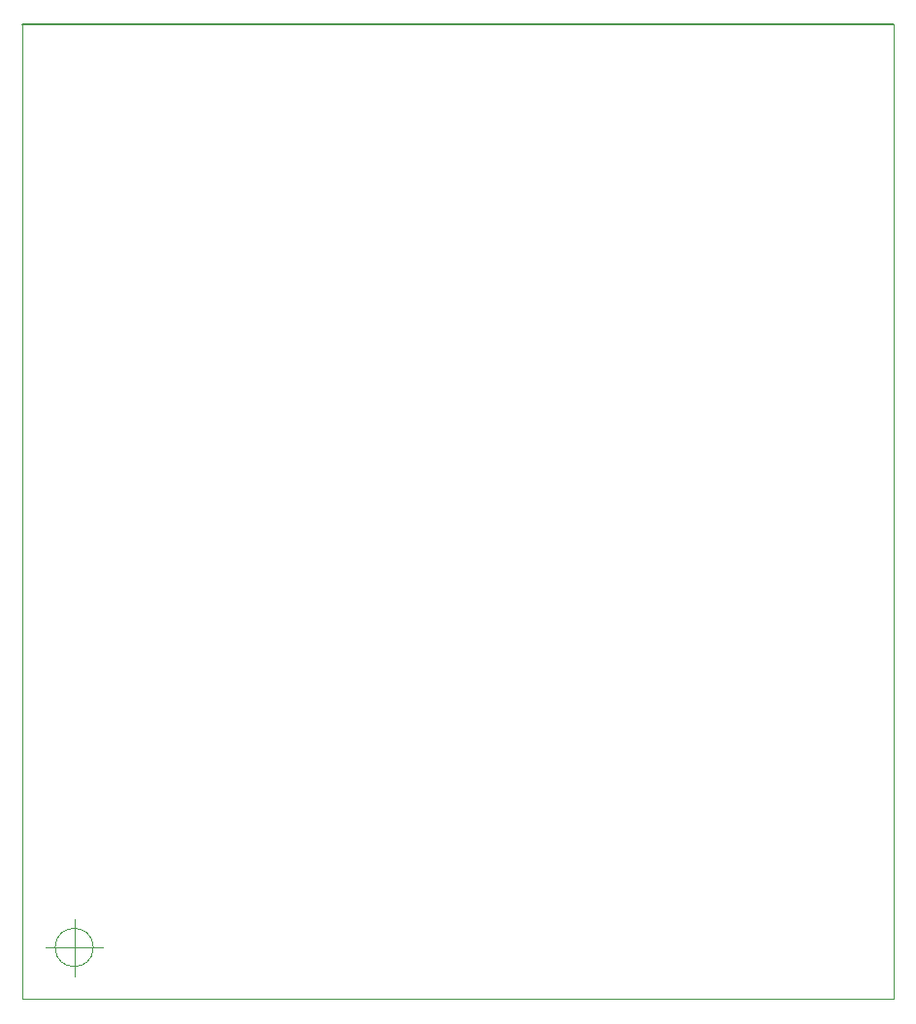
<source format=gbr>
G04 #@! TF.GenerationSoftware,KiCad,Pcbnew,5.1.6-c6e7f7d~87~ubuntu20.04.1*
G04 #@! TF.CreationDate,2020-08-21T16:01:03+01:00*
G04 #@! TF.ProjectId,beehive,62656568-6976-4652-9e6b-696361645f70,rev?*
G04 #@! TF.SameCoordinates,Original*
G04 #@! TF.FileFunction,Profile,NP*
%FSLAX46Y46*%
G04 Gerber Fmt 4.6, Leading zero omitted, Abs format (unit mm)*
G04 Created by KiCad (PCBNEW 5.1.6-c6e7f7d~87~ubuntu20.04.1) date 2020-08-21 16:01:03*
%MOMM*%
%LPD*%
G01*
G04 APERTURE LIST*
G04 #@! TA.AperFunction,Profile*
%ADD10C,0.100000*%
G04 #@! TD*
G04 #@! TA.AperFunction,Profile*
%ADD11C,0.150000*%
G04 #@! TD*
G04 APERTURE END LIST*
D10*
X141166666Y-140500000D02*
G75*
G03*
X141166666Y-140500000I-1666666J0D01*
G01*
X137000000Y-140500000D02*
X142000000Y-140500000D01*
X139500000Y-138000000D02*
X139500000Y-143000000D01*
X135000000Y-60000000D02*
X135000000Y-145000000D01*
X211000000Y-145000000D02*
X211000000Y-60000000D01*
X211000000Y-145000000D02*
X135000000Y-145000000D01*
D11*
X135000000Y-60000000D02*
X211000000Y-60000000D01*
M02*

</source>
